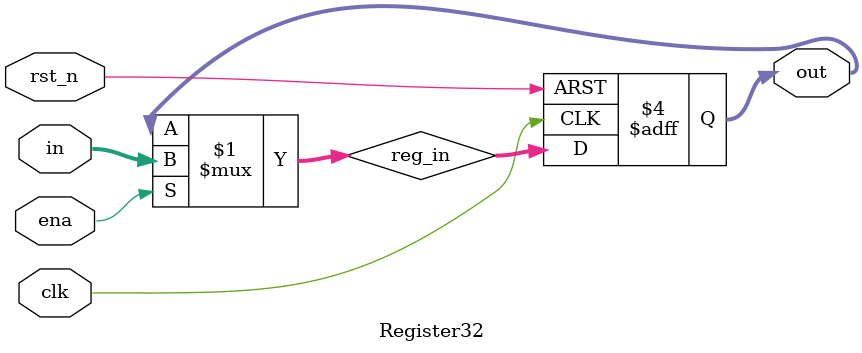
<source format=sv>

module MIPS(
    //input 
    clk,
    rst_n,
    in_valid,
    instruction,
	output_reg,
    //output
    out_valid,
    out_1,
	out_2,
	out_3,
	out_4,
	instruction_fail
);
//--------------------------------------------------------------------------------------------
// input 
//--------------------------------------------------------------------------------------------
input clk;
input rst_n;
input in_valid;
input [31:0] instruction;
input [19:0] output_reg;
//--------------------------------------------------------------------------------------------
// output
//--------------------------------------------------------------------------------------------
output logic out_valid, instruction_fail;
output logic [31:0] out_1, out_2, out_3, out_4;
//--------------------------------------------------------------------------------------------
// logic declare
//--------------------------------------------------------------------------------------------
// param
parameter addr0 = 5'b10001;
parameter addr1 = 5'b10010;
parameter addr2 = 5'b01000;
parameter addr3 = 5'b10111;
parameter addr4 = 5'b11111;
parameter addr5 = 5'b10000;
// instruction
logic [31:0] instruction_reg_in;
logic [31:0] instruction_reg;
logic [5:0] opcode;
logic [4:0] source_addr;
logic [4:0] target_addr;
logic [4:0] destination_addr;
logic [4:0] shamt;
logic [5:0] funct;
logic [15:0] imm;
// instruction wrong detect
logic instruction_wrong;
logic funct_error;
logic instruction_wrong_buf2;
logic instruction_wrong_buf2_outval;
// register
logic [31:0] register [5:0];
// addr decode
logic [5:0] sel_rs;
logic [5:0] sel_rt;
logic [5:0] sel_rd;
logic [5:0] sel_in_bus;
// ALU
logic [31:0] ALU_out;
// shifter
logic [31:0] shifter_out;
// in bus
logic [31:0] in_bus;
logic [31:0] s_bus;
logic [31:0] t_bus;
// data out
logic out_ena;
logic [31:0] out_reg [3:0];
// out valid buf
logic out_valid_buf1;
logic out_valid_buf2;
// out reg buf
logic [19:0] output_reg_buf1;
logic [19:0] output_reg_buf2;

//--------------------------------------------------------------------------------------------
//design
//--------------------------------------------------------------------------------------------
// instruction
assign instruction_reg_in = in_valid? instruction : 0;

always_ff @(posedge clk or negedge rst_n) begin
    if(!rst_n)
        instruction_reg <= 0;
    else
        instruction_reg <= instruction_reg_in;
end
assign {opcode,source_addr,target_addr,destination_addr,shamt,funct} = instruction_reg;
assign imm = instruction_reg[15:0];

// instruction wrong detect
always_comb begin
    casez(funct)
        'b100000, 'b100100, 'b100101, 'b100111, 'b000000, 'b000010: funct_error = 0;
        default: funct_error = 1;
    endcase
end
assign instruction_wrong = |{opcode[5:4],opcode[2:0]} | (sel_rs == 0) | (sel_rt == 0) | (!opcode[3] & (sel_rd == 0)) | (!opcode[3] & funct_error);

assign instruction_wrong_buf2_outval = instruction_wrong_buf2 & out_valid_buf2;
always_ff @(posedge clk or negedge rst_n) begin
    if(!rst_n) begin
        instruction_wrong_buf2 <= 0;
        //instruction_fail <= 0;
    end
    else begin
        instruction_wrong_buf2 <= instruction_wrong;
        //instruction_fail <= instruction_wrong_buf2_outval;
    end
end
assign instruction_fail = instruction_wrong_buf2_outval;
// register
Register32 reg0(.clk(clk), .rst_n(rst_n), .in(in_bus), .ena(sel_in_bus[0]), .out(register[0]));
Register32 reg1(.clk(clk), .rst_n(rst_n), .in(in_bus), .ena(sel_in_bus[1]), .out(register[1]));
Register32 reg2(.clk(clk), .rst_n(rst_n), .in(in_bus), .ena(sel_in_bus[2]), .out(register[2]));
Register32 reg3(.clk(clk), .rst_n(rst_n), .in(in_bus), .ena(sel_in_bus[3]), .out(register[3]));
Register32 reg4(.clk(clk), .rst_n(rst_n), .in(in_bus), .ena(sel_in_bus[4]), .out(register[4]));
Register32 reg5(.clk(clk), .rst_n(rst_n), .in(in_bus), .ena(sel_in_bus[5]), .out(register[5]));

// addr decode
AddrDecoder addr_source(.addr(source_addr), .sel(sel_rs));
AddrDecoder addr_target(.addr(target_addr), .sel(sel_rt));
AddrDecoder addr_destination(.addr(destination_addr), .sel(sel_rd));
assign sel_in_bus = (opcode[3]? sel_rt : sel_rd) & {6{!instruction_wrong}};

// ALU
ALU alu(.source(s_bus),.target(t_bus),.sel(funct[2:0]),.out(ALU_out));

// shifter
Shifter shift(.in(t_bus), .rs(funct[1]), .shamt(shamt), .out(shifter_out));

// bus
always_comb begin
    casez(source_addr)
        addr0: s_bus = register[0];
        addr1: s_bus = register[1];
        addr2: s_bus = register[2];
        addr3: s_bus = register[3];
        addr4: s_bus = register[4];
        addr5: s_bus = register[5];
        default: s_bus = 'x;
    endcase
    casez(target_addr)
        addr0: t_bus = register[0];
        addr1: t_bus = register[1];
        addr2: t_bus = register[2];
        addr3: t_bus = register[3];
        addr4: t_bus = register[4];
        addr5: t_bus = register[5];
        default: t_bus = 'x;
    endcase
    if(opcode[3])
        in_bus = imm + s_bus;
    else if(funct[5]) 
        in_bus = ALU_out;
    else
        in_bus = shifter_out;
end

// out reg buf
always_ff @(posedge clk or negedge rst_n) begin
    if(!rst_n) begin
        output_reg_buf1 <= 0;
        output_reg_buf2 <= 0;
    end
    else begin
        output_reg_buf1 <= output_reg;
        output_reg_buf2 <= output_reg_buf1;
    end
end

// data out
assign out_ena = !instruction_wrong_buf2 & out_valid_buf2;
DataMux datamux0(.addr(output_reg_buf2[4:0]), .dat0(register[0]), .dat1(register[1]), .dat2(register[2]), .dat3(register[3]), .dat4(register[4]), .dat5(register[5]), .ena(out_ena), .out(out_reg[0]));
DataMux datamux1(.addr(output_reg_buf2[9:5]), .dat0(register[0]), .dat1(register[1]), .dat2(register[2]), .dat3(register[3]), .dat4(register[4]), .dat5(register[5]), .ena(out_ena), .out(out_reg[1]));
DataMux datamux2(.addr(output_reg_buf2[14:10]), .dat0(register[0]), .dat1(register[1]), .dat2(register[2]), .dat3(register[3]), .dat4(register[4]), .dat5(register[5]), .ena(out_ena), .out(out_reg[2]));
DataMux datamux3(.addr(output_reg_buf2[19:15]), .dat0(register[0]), .dat1(register[1]), .dat2(register[2]), .dat3(register[3]), .dat4(register[4]), .dat5(register[5]), .ena(out_ena), .out(out_reg[3]));
/*
always_ff @(posedge clk or negedge rst_n) begin
    if(!rst_n) begin
        out_1 <= 0;
        out_2 <= 0;
        out_3 <= 0;
        out_4 <= 0;
    end
    else begin
        out_1 <= out_reg[0];
        out_2 <= out_reg[1];
        out_3 <= out_reg[2];
        out_4 <= out_reg[3];
    end
end
*/
always_comb begin
    out_1 = out_reg[0];
    out_2 = out_reg[1];
    out_3 = out_reg[2];
    out_4 = out_reg[3];
end

// out valid
always_ff @(posedge clk or negedge rst_n) begin
    if(!rst_n) begin
        out_valid_buf1 <= 0;
        out_valid_buf2 <= 0;
        //out_valid <= 0;
    end
    else begin
        out_valid_buf1 <= in_valid;
        out_valid_buf2 <= out_valid_buf1;
        //out_valid <= out_valid_buf2;
    end
end
assign out_valid = out_valid_buf2;
endmodule

//--------------------------------------------------------------------------------------------
// modules
//--------------------------------------------------------------------------------------------

module ALU(source, target, sel, out);
input [31:0] source, target;
input [2:0] sel;
output logic [31:0] out;
always_comb begin
    casez(sel)
        3'b000: out = source + target;
        3'b100: out = source & target;
        3'b101: out = source | target;
        3'b111: out = ~(source | target);
        default: out = 'x;
    endcase
end
endmodule

module Shifter(in, rs, shamt, out);
input [31:0] in;
input rs;
input [4:0] shamt;
output logic [31:0] out;
always_comb begin
    if(rs)
        out = in>>shamt;
    else
        out = in<<shamt;
end
endmodule

module AddrDecoder(addr, sel);
input [4:0] addr;
output logic [5:0] sel;
parameter addr0 = 5'b10001;
parameter addr1 = 5'b10010;
parameter addr2 = 5'b01000;
parameter addr3 = 5'b10111;
parameter addr4 = 5'b11111;
parameter addr5 = 5'b10000;
always_comb begin
    casez(addr)
        addr0: sel = 6'b000001;
        addr1: sel = 6'b000010;
        addr2: sel = 6'b000100;
        addr3: sel = 6'b001000;
        addr4: sel = 6'b010000;
        addr5: sel = 6'b100000;
        default: sel = 6'b000000;
    endcase
end
endmodule

module DataMux(addr, dat0, dat1, dat2, dat3, dat4, dat5, ena, out);
input [4:0] addr;
input [31:0] dat0, dat1, dat2, dat3, dat4, dat5;
input ena;
output logic [31:0] out;
logic [31:0] data_selected;
parameter addr0 = 5'b10001;
parameter addr1 = 5'b10010;
parameter addr2 = 5'b01000;
parameter addr3 = 5'b10111;
parameter addr4 = 5'b11111;
parameter addr5 = 5'b10000;
always_comb begin
    casez(addr)
        addr0: data_selected = dat0;
        addr1: data_selected = dat1;
        addr2: data_selected = dat2;
        addr3: data_selected = dat3;
        addr4: data_selected = dat4;
        addr5: data_selected = dat5;
        default: data_selected = 0;
    endcase
    out = data_selected & {32{ena}};
end
endmodule

module Register32 (clk, rst_n, in, ena, out);
input clk, rst_n, ena;
input [31:0] in;
output logic [31:0] out;
logic [31:0] reg_in;
assign reg_in = ena? in : out;
always_ff @(posedge clk or negedge rst_n) begin
    if(!rst_n)
        out <= 0;
    else
        out <= reg_in;
end
endmodule
// 57407
</source>
